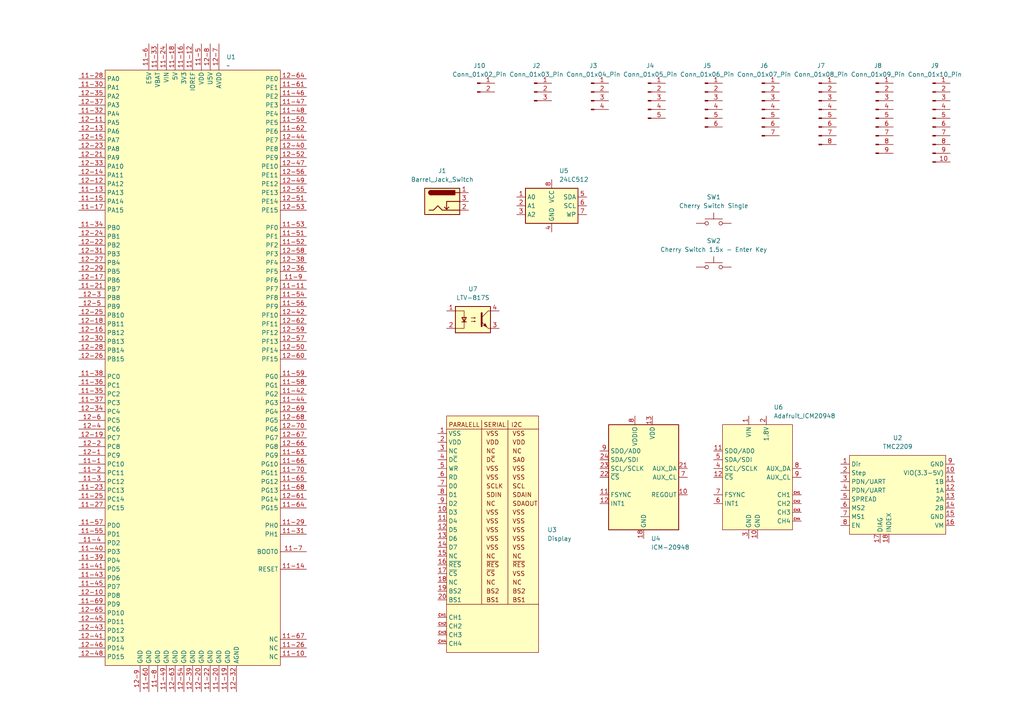
<source format=kicad_sch>
(kicad_sch (version 20250114) (generator "eeschema") (generator_version "9.0")
  (paper "A4")
  (lib_symbols
    (symbol "Connector:Barrel_Jack_Switch" (pin_names (hide yes))
      (property "Reference" "J" (at 0 5.334 0))
      (property "Value" "Barrel_Jack_Switch" (at 0 -5.08 0))
      (symbol "Barrel_Jack_Switch_0_1"
        (rectangle (start -5.08 3.81) (end 5.08 -3.81) (stroke (width 0.254)) (fill (type background)))
        (polyline (pts (xy -3.81 -2.54) (xy -2.54 -2.54) (xy -1.27 -1.27) (xy 0 -2.54) (xy 2.54 -2.54) (xy 5.08 -2.54)) (stroke (width 0.254)))
        (arc (start -3.302 1.905) (mid -3.9343 2.54) (end -3.302 3.175) (stroke (width 0.254)))
        (arc (start -3.302 1.905) (mid -3.9343 2.54) (end -3.302 3.175) (stroke (width 0.254)) (fill (type outline)))
        (polyline (pts (xy 1.27 -2.286) (xy 1.905 -1.651)) (stroke (width 0.254)))
        (rectangle (start 3.683 3.175) (end -3.302 1.905) (stroke (width 0.254)) (fill (type outline)))
        (polyline (pts (xy 5.08 2.54) (xy 3.81 2.54)) (stroke (width 0.254)))
        (polyline (pts (xy 5.08 0) (xy 1.27 0) (xy 1.27 -2.286) (xy 0.635 -1.651)) (stroke (width 0.254)))
      )
      (symbol "Barrel_Jack_Switch_1_1"
        (pin passive line (at 7.62 2.54 180) (length 2.54) (name "~") (number "1"))
        (pin passive line (at 7.62 0 180) (length 2.54) (name "~") (number "3"))
        (pin passive line (at 7.62 -2.54 180) (length 2.54) (name "~") (number "2"))
      )
    )
    (symbol "Connector:Conn_01x02_Pin" (pin_names (offset 1.016) (hide yes))
      (property "Reference" "J" (at 0 2.54 0))
      (property "Value" "Conn_01x02_Pin" (at 0 -5.08 0))
      (symbol "Conn_01x02_Pin_1_1"
        (rectangle (start 0.8636 0.127) (end 0 -0.127) (stroke (width 0.1524)) (fill (type outline)))
        (rectangle (start 0.8636 -2.413) (end 0 -2.667) (stroke (width 0.1524)) (fill (type outline)))
        (polyline (pts (xy 1.27 0) (xy 0.8636 0)) (stroke (width 0.1524)))
        (polyline (pts (xy 1.27 -2.54) (xy 0.8636 -2.54)) (stroke (width 0.1524)))
        (pin passive line (at 5.08 0 180) (length 3.81) (name "Pin_1") (number "1"))
        (pin passive line (at 5.08 -2.54 180) (length 3.81) (name "Pin_2") (number "2"))
      )
    )
    (symbol "Connector:Conn_01x03_Pin" (pin_names (offset 1.016) (hide yes))
      (property "Reference" "J" (at 0 5.08 0))
      (property "Value" "Conn_01x03_Pin" (at 0 -5.08 0))
      (symbol "Conn_01x03_Pin_1_1"
        (rectangle (start 0.8636 2.667) (end 0 2.413) (stroke (width 0.1524)) (fill (type outline)))
        (rectangle (start 0.8636 0.127) (end 0 -0.127) (stroke (width 0.1524)) (fill (type outline)))
        (rectangle (start 0.8636 -2.413) (end 0 -2.667) (stroke (width 0.1524)) (fill (type outline)))
        (polyline (pts (xy 1.27 2.54) (xy 0.8636 2.54)) (stroke (width 0.1524)))
        (polyline (pts (xy 1.27 0) (xy 0.8636 0)) (stroke (width 0.1524)))
        (polyline (pts (xy 1.27 -2.54) (xy 0.8636 -2.54)) (stroke (width 0.1524)))
        (pin passive line (at 5.08 2.54 180) (length 3.81) (name "Pin_1") (number "1"))
        (pin passive line (at 5.08 0 180) (length 3.81) (name "Pin_2") (number "2"))
        (pin passive line (at 5.08 -2.54 180) (length 3.81) (name "Pin_3") (number "3"))
      )
    )
    (symbol "Connector:Conn_01x04_Pin" (pin_names (offset 1.016) (hide yes))
      (property "Reference" "J" (at 0 5.08 0))
      (property "Value" "Conn_01x04_Pin" (at 0 -7.62 0))
      (symbol "Conn_01x04_Pin_1_1"
        (rectangle (start 0.8636 2.667) (end 0 2.413) (stroke (width 0.1524)) (fill (type outline)))
        (rectangle (start 0.8636 0.127) (end 0 -0.127) (stroke (width 0.1524)) (fill (type outline)))
        (rectangle (start 0.8636 -2.413) (end 0 -2.667) (stroke (width 0.1524)) (fill (type outline)))
        (rectangle (start 0.8636 -4.953) (end 0 -5.207) (stroke (width 0.1524)) (fill (type outline)))
        (polyline (pts (xy 1.27 2.54) (xy 0.8636 2.54)) (stroke (width 0.1524)))
        (polyline (pts (xy 1.27 0) (xy 0.8636 0)) (stroke (width 0.1524)))
        (polyline (pts (xy 1.27 -2.54) (xy 0.8636 -2.54)) (stroke (width 0.1524)))
        (polyline (pts (xy 1.27 -5.08) (xy 0.8636 -5.08)) (stroke (width 0.1524)))
        (pin passive line (at 5.08 2.54 180) (length 3.81) (name "Pin_1") (number "1"))
        (pin passive line (at 5.08 0 180) (length 3.81) (name "Pin_2") (number "2"))
        (pin passive line (at 5.08 -2.54 180) (length 3.81) (name "Pin_3") (number "3"))
        (pin passive line (at 5.08 -5.08 180) (length 3.81) (name "Pin_4") (number "4"))
      )
    )
    (symbol "Connector:Conn_01x05_Pin" (pin_names (offset 1.016) (hide yes))
      (property "Reference" "J" (at 0 7.62 0))
      (property "Value" "Conn_01x05_Pin" (at 0 -7.62 0))
      (symbol "Conn_01x05_Pin_1_1"
        (rectangle (start 0.8636 5.207) (end 0 4.953) (stroke (width 0.1524)) (fill (type outline)))
        (rectangle (start 0.8636 2.667) (end 0 2.413) (stroke (width 0.1524)) (fill (type outline)))
        (rectangle (start 0.8636 0.127) (end 0 -0.127) (stroke (width 0.1524)) (fill (type outline)))
        (rectangle (start 0.8636 -2.413) (end 0 -2.667) (stroke (width 0.1524)) (fill (type outline)))
        (rectangle (start 0.8636 -4.953) (end 0 -5.207) (stroke (width 0.1524)) (fill (type outline)))
        (polyline (pts (xy 1.27 5.08) (xy 0.8636 5.08)) (stroke (width 0.1524)))
        (polyline (pts (xy 1.27 2.54) (xy 0.8636 2.54)) (stroke (width 0.1524)))
        (polyline (pts (xy 1.27 0) (xy 0.8636 0)) (stroke (width 0.1524)))
        (polyline (pts (xy 1.27 -2.54) (xy 0.8636 -2.54)) (stroke (width 0.1524)))
        (polyline (pts (xy 1.27 -5.08) (xy 0.8636 -5.08)) (stroke (width 0.1524)))
        (pin passive line (at 5.08 5.08 180) (length 3.81) (name "Pin_1") (number "1"))
        (pin passive line (at 5.08 2.54 180) (length 3.81) (name "Pin_2") (number "2"))
        (pin passive line (at 5.08 0 180) (length 3.81) (name "Pin_3") (number "3"))
        (pin passive line (at 5.08 -2.54 180) (length 3.81) (name "Pin_4") (number "4"))
        (pin passive line (at 5.08 -5.08 180) (length 3.81) (name "Pin_5") (number "5"))
      )
    )
    (symbol "Connector:Conn_01x06_Pin" (pin_names (offset 1.016) (hide yes))
      (property "Reference" "J" (at 0 7.62 0))
      (property "Value" "Conn_01x06_Pin" (at 0 -10.16 0))
      (symbol "Conn_01x06_Pin_1_1"
        (rectangle (start 0.8636 5.207) (end 0 4.953) (stroke (width 0.1524)) (fill (type outline)))
        (rectangle (start 0.8636 2.667) (end 0 2.413) (stroke (width 0.1524)) (fill (type outline)))
        (rectangle (start 0.8636 0.127) (end 0 -0.127) (stroke (width 0.1524)) (fill (type outline)))
        (rectangle (start 0.8636 -2.413) (end 0 -2.667) (stroke (width 0.1524)) (fill (type outline)))
        (rectangle (start 0.8636 -4.953) (end 0 -5.207) (stroke (width 0.1524)) (fill (type outline)))
        (rectangle (start 0.8636 -7.493) (end 0 -7.747) (stroke (width 0.1524)) (fill (type outline)))
        (polyline (pts (xy 1.27 5.08) (xy 0.8636 5.08)) (stroke (width 0.1524)))
        (polyline (pts (xy 1.27 2.54) (xy 0.8636 2.54)) (stroke (width 0.1524)))
        (polyline (pts (xy 1.27 0) (xy 0.8636 0)) (stroke (width 0.1524)))
        (polyline (pts (xy 1.27 -2.54) (xy 0.8636 -2.54)) (stroke (width 0.1524)))
        (polyline (pts (xy 1.27 -5.08) (xy 0.8636 -5.08)) (stroke (width 0.1524)))
        (polyline (pts (xy 1.27 -7.62) (xy 0.8636 -7.62)) (stroke (width 0.1524)))
        (pin passive line (at 5.08 5.08 180) (length 3.81) (name "Pin_1") (number "1"))
        (pin passive line (at 5.08 2.54 180) (length 3.81) (name "Pin_2") (number "2"))
        (pin passive line (at 5.08 0 180) (length 3.81) (name "Pin_3") (number "3"))
        (pin passive line (at 5.08 -2.54 180) (length 3.81) (name "Pin_4") (number "4"))
        (pin passive line (at 5.08 -5.08 180) (length 3.81) (name "Pin_5") (number "5"))
        (pin passive line (at 5.08 -7.62 180) (length 3.81) (name "Pin_6") (number "6"))
      )
    )
    (symbol "Connector:Conn_01x07_Pin" (pin_names (offset 1.016) (hide yes))
      (property "Reference" "J" (at 0 10.16 0))
      (property "Value" "Conn_01x07_Pin" (at 0 -10.16 0))
      (symbol "Conn_01x07_Pin_1_1"
        (rectangle (start 0.8636 7.747) (end 0 7.493) (stroke (width 0.1524)) (fill (type outline)))
        (rectangle (start 0.8636 5.207) (end 0 4.953) (stroke (width 0.1524)) (fill (type outline)))
        (rectangle (start 0.8636 2.667) (end 0 2.413) (stroke (width 0.1524)) (fill (type outline)))
        (rectangle (start 0.8636 0.127) (end 0 -0.127) (stroke (width 0.1524)) (fill (type outline)))
        (rectangle (start 0.8636 -2.413) (end 0 -2.667) (stroke (width 0.1524)) (fill (type outline)))
        (rectangle (start 0.8636 -4.953) (end 0 -5.207) (stroke (width 0.1524)) (fill (type outline)))
        (rectangle (start 0.8636 -7.493) (end 0 -7.747) (stroke (width 0.1524)) (fill (type outline)))
        (polyline (pts (xy 1.27 7.62) (xy 0.8636 7.62)) (stroke (width 0.1524)))
        (polyline (pts (xy 1.27 5.08) (xy 0.8636 5.08)) (stroke (width 0.1524)))
        (polyline (pts (xy 1.27 2.54) (xy 0.8636 2.54)) (stroke (width 0.1524)))
        (polyline (pts (xy 1.27 0) (xy 0.8636 0)) (stroke (width 0.1524)))
        (polyline (pts (xy 1.27 -2.54) (xy 0.8636 -2.54)) (stroke (width 0.1524)))
        (polyline (pts (xy 1.27 -5.08) (xy 0.8636 -5.08)) (stroke (width 0.1524)))
        (polyline (pts (xy 1.27 -7.62) (xy 0.8636 -7.62)) (stroke (width 0.1524)))
        (pin passive line (at 5.08 7.62 180) (length 3.81) (name "Pin_1") (number "1"))
        (pin passive line (at 5.08 5.08 180) (length 3.81) (name "Pin_2") (number "2"))
        (pin passive line (at 5.08 2.54 180) (length 3.81) (name "Pin_3") (number "3"))
        (pin passive line (at 5.08 0 180) (length 3.81) (name "Pin_4") (number "4"))
        (pin passive line (at 5.08 -2.54 180) (length 3.81) (name "Pin_5") (number "5"))
        (pin passive line (at 5.08 -5.08 180) (length 3.81) (name "Pin_6") (number "6"))
        (pin passive line (at 5.08 -7.62 180) (length 3.81) (name "Pin_7") (number "7"))
      )
    )
    (symbol "Connector:Conn_01x08_Pin" (pin_names (offset 1.016) (hide yes))
      (property "Reference" "J" (at 0 10.16 0))
      (property "Value" "Conn_01x08_Pin" (at 0 -12.7 0))
      (symbol "Conn_01x08_Pin_1_1"
        (rectangle (start 0.8636 7.747) (end 0 7.493) (stroke (width 0.1524)) (fill (type outline)))
        (rectangle (start 0.8636 5.207) (end 0 4.953) (stroke (width 0.1524)) (fill (type outline)))
        (rectangle (start 0.8636 2.667) (end 0 2.413) (stroke (width 0.1524)) (fill (type outline)))
        (rectangle (start 0.8636 0.127) (end 0 -0.127) (stroke (width 0.1524)) (fill (type outline)))
        (rectangle (start 0.8636 -2.413) (end 0 -2.667) (stroke (width 0.1524)) (fill (type outline)))
        (rectangle (start 0.8636 -4.953) (end 0 -5.207) (stroke (width 0.1524)) (fill (type outline)))
        (rectangle (start 0.8636 -7.493) (end 0 -7.747) (stroke (width 0.1524)) (fill (type outline)))
        (rectangle (start 0.8636 -10.033) (end 0 -10.287) (stroke (width 0.1524)) (fill (type outline)))
        (polyline (pts (xy 1.27 7.62) (xy 0.8636 7.62)) (stroke (width 0.1524)))
        (polyline (pts (xy 1.27 5.08) (xy 0.8636 5.08)) (stroke (width 0.1524)))
        (polyline (pts (xy 1.27 2.54) (xy 0.8636 2.54)) (stroke (width 0.1524)))
        (polyline (pts (xy 1.27 0) (xy 0.8636 0)) (stroke (width 0.1524)))
        (polyline (pts (xy 1.27 -2.54) (xy 0.8636 -2.54)) (stroke (width 0.1524)))
        (polyline (pts (xy 1.27 -5.08) (xy 0.8636 -5.08)) (stroke (width 0.1524)))
        (polyline (pts (xy 1.27 -7.62) (xy 0.8636 -7.62)) (stroke (width 0.1524)))
        (polyline (pts (xy 1.27 -10.16) (xy 0.8636 -10.16)) (stroke (width 0.1524)))
        (pin passive line (at 5.08 7.62 180) (length 3.81) (name "Pin_1") (number "1"))
        (pin passive line (at 5.08 5.08 180) (length 3.81) (name "Pin_2") (number "2"))
        (pin passive line (at 5.08 2.54 180) (length 3.81) (name "Pin_3") (number "3"))
        (pin passive line (at 5.08 0 180) (length 3.81) (name "Pin_4") (number "4"))
        (pin passive line (at 5.08 -2.54 180) (length 3.81) (name "Pin_5") (number "5"))
        (pin passive line (at 5.08 -5.08 180) (length 3.81) (name "Pin_6") (number "6"))
        (pin passive line (at 5.08 -7.62 180) (length 3.81) (name "Pin_7") (number "7"))
        (pin passive line (at 5.08 -10.16 180) (length 3.81) (name "Pin_8") (number "8"))
      )
    )
    (symbol "Connector:Conn_01x09_Pin" (pin_names (offset 1.016) (hide yes))
      (property "Reference" "J" (at 0 12.7 0))
      (property "Value" "Conn_01x09_Pin" (at 0 -12.7 0))
      (symbol "Conn_01x09_Pin_1_1"
        (rectangle (start 0.8636 10.287) (end 0 10.033) (stroke (width 0.1524)) (fill (type outline)))
        (rectangle (start 0.8636 7.747) (end 0 7.493) (stroke (width 0.1524)) (fill (type outline)))
        (rectangle (start 0.8636 5.207) (end 0 4.953) (stroke (width 0.1524)) (fill (type outline)))
        (rectangle (start 0.8636 2.667) (end 0 2.413) (stroke (width 0.1524)) (fill (type outline)))
        (rectangle (start 0.8636 0.127) (end 0 -0.127) (stroke (width 0.1524)) (fill (type outline)))
        (rectangle (start 0.8636 -2.413) (end 0 -2.667) (stroke (width 0.1524)) (fill (type outline)))
        (rectangle (start 0.8636 -4.953) (end 0 -5.207) (stroke (width 0.1524)) (fill (type outline)))
        (rectangle (start 0.8636 -7.493) (end 0 -7.747) (stroke (width 0.1524)) (fill (type outline)))
        (rectangle (start 0.8636 -10.033) (end 0 -10.287) (stroke (width 0.1524)) (fill (type outline)))
        (polyline (pts (xy 1.27 10.16) (xy 0.8636 10.16)) (stroke (width 0.1524)))
        (polyline (pts (xy 1.27 7.62) (xy 0.8636 7.62)) (stroke (width 0.1524)))
        (polyline (pts (xy 1.27 5.08) (xy 0.8636 5.08)) (stroke (width 0.1524)))
        (polyline (pts (xy 1.27 2.54) (xy 0.8636 2.54)) (stroke (width 0.1524)))
        (polyline (pts (xy 1.27 0) (xy 0.8636 0)) (stroke (width 0.1524)))
        (polyline (pts (xy 1.27 -2.54) (xy 0.8636 -2.54)) (stroke (width 0.1524)))
        (polyline (pts (xy 1.27 -5.08) (xy 0.8636 -5.08)) (stroke (width 0.1524)))
        (polyline (pts (xy 1.27 -7.62) (xy 0.8636 -7.62)) (stroke (width 0.1524)))
        (polyline (pts (xy 1.27 -10.16) (xy 0.8636 -10.16)) (stroke (width 0.1524)))
        (pin passive line (at 5.08 10.16 180) (length 3.81) (name "Pin_1") (number "1"))
        (pin passive line (at 5.08 7.62 180) (length 3.81) (name "Pin_2") (number "2"))
        (pin passive line (at 5.08 5.08 180) (length 3.81) (name "Pin_3") (number "3"))
        (pin passive line (at 5.08 2.54 180) (length 3.81) (name "Pin_4") (number "4"))
        (pin passive line (at 5.08 0 180) (length 3.81) (name "Pin_5") (number "5"))
        (pin passive line (at 5.08 -2.54 180) (length 3.81) (name "Pin_6") (number "6"))
        (pin passive line (at 5.08 -5.08 180) (length 3.81) (name "Pin_7") (number "7"))
        (pin passive line (at 5.08 -7.62 180) (length 3.81) (name "Pin_8") (number "8"))
        (pin passive line (at 5.08 -10.16 180) (length 3.81) (name "Pin_9") (number "9"))
      )
    )
    (symbol "Connector:Conn_01x10_Pin" (pin_names (offset 1.016) (hide yes))
      (property "Reference" "J" (at 0 12.7 0))
      (property "Value" "Conn_01x10_Pin" (at 0 -15.24 0))
      (symbol "Conn_01x10_Pin_1_1"
        (rectangle (start 0.8636 10.287) (end 0 10.033) (stroke (width 0.1524)) (fill (type outline)))
        (rectangle (start 0.8636 7.747) (end 0 7.493) (stroke (width 0.1524)) (fill (type outline)))
        (rectangle (start 0.8636 5.207) (end 0 4.953) (stroke (width 0.1524)) (fill (type outline)))
        (rectangle (start 0.8636 2.667) (end 0 2.413) (stroke (width 0.1524)) (fill (type outline)))
        (rectangle (start 0.8636 0.127) (end 0 -0.127) (stroke (width 0.1524)) (fill (type outline)))
        (rectangle (start 0.8636 -2.413) (end 0 -2.667) (stroke (width 0.1524)) (fill (type outline)))
        (rectangle (start 0.8636 -4.953) (end 0 -5.207) (stroke (width 0.1524)) (fill (type outline)))
        (rectangle (start 0.8636 -7.493) (end 0 -7.747) (stroke (width 0.1524)) (fill (type outline)))
        (rectangle (start 0.8636 -10.033) (end 0 -10.287) (stroke (width 0.1524)) (fill (type outline)))
        (rectangle (start 0.8636 -12.573) (end 0 -12.827) (stroke (width 0.1524)) (fill (type outline)))
        (polyline (pts (xy 1.27 10.16) (xy 0.8636 10.16)) (stroke (width 0.1524)))
        (polyline (pts (xy 1.27 7.62) (xy 0.8636 7.62)) (stroke (width 0.1524)))
        (polyline (pts (xy 1.27 5.08) (xy 0.8636 5.08)) (stroke (width 0.1524)))
        (polyline (pts (xy 1.27 2.54) (xy 0.8636 2.54)) (stroke (width 0.1524)))
        (polyline (pts (xy 1.27 0) (xy 0.8636 0)) (stroke (width 0.1524)))
        (polyline (pts (xy 1.27 -2.54) (xy 0.8636 -2.54)) (stroke (width 0.1524)))
        (polyline (pts (xy 1.27 -5.08) (xy 0.8636 -5.08)) (stroke (width 0.1524)))
        (polyline (pts (xy 1.27 -7.62) (xy 0.8636 -7.62)) (stroke (width 0.1524)))
        (polyline (pts (xy 1.27 -10.16) (xy 0.8636 -10.16)) (stroke (width 0.1524)))
        (polyline (pts (xy 1.27 -12.7) (xy 0.8636 -12.7)) (stroke (width 0.1524)))
        (pin passive line (at 5.08 10.16 180) (length 3.81) (name "Pin_1") (number "1"))
        (pin passive line (at 5.08 7.62 180) (length 3.81) (name "Pin_2") (number "2"))
        (pin passive line (at 5.08 5.08 180) (length 3.81) (name "Pin_3") (number "3"))
        (pin passive line (at 5.08 2.54 180) (length 3.81) (name "Pin_4") (number "4"))
        (pin passive line (at 5.08 0 180) (length 3.81) (name "Pin_5") (number "5"))
        (pin passive line (at 5.08 -2.54 180) (length 3.81) (name "Pin_6") (number "6"))
        (pin passive line (at 5.08 -5.08 180) (length 3.81) (name "Pin_7") (number "7"))
        (pin passive line (at 5.08 -7.62 180) (length 3.81) (name "Pin_8") (number "8"))
        (pin passive line (at 5.08 -10.16 180) (length 3.81) (name "Pin_9") (number "9"))
        (pin passive line (at 5.08 -12.7 180) (length 3.81) (name "Pin_10") (number "10"))
      )
    )
    (symbol "Isolator:LTV-817S" (pin_names (offset 1.016))
      (property "Reference" "U" (at -3.81 5.08 0))
      (property "Value" "LTV-817S" (at 0 -5.08 0))
      (symbol "LTV-817S_1_1"
        (rectangle (start -5.08 3.81) (end 5.08 -3.81) (stroke (width 0.254)) (fill (type background)))
        (polyline (pts (xy -5.08 2.54) (xy -2.54 2.54) (xy -2.54 -0.762)))
        (polyline (pts (xy -3.175 -0.635) (xy -1.905 -0.635)) (stroke (width 0.254)))
        (polyline (pts (xy -2.54 -0.635) (xy -2.54 -2.54) (xy -5.08 -2.54)))
        (polyline (pts (xy -2.54 -0.635) (xy -3.175 0.635) (xy -1.905 0.635) (xy -2.54 -0.635)) (stroke (width 0.254)))
        (polyline (pts (xy -0.508 0.508) (xy 0.762 0.508) (xy 0.381 0.381) (xy 0.381 0.635) (xy 0.762 0.508)))
        (polyline (pts (xy -0.508 -0.508) (xy 0.762 -0.508) (xy 0.381 -0.635) (xy 0.381 -0.381) (xy 0.762 -0.508)))
        (polyline (pts (xy 2.54 1.905) (xy 2.54 -1.905) (xy 2.54 -1.905)) (stroke (width 0.508)))
        (polyline (pts (xy 2.54 0.635) (xy 4.445 2.54)))
        (polyline (pts (xy 3.048 -1.651) (xy 3.556 -1.143) (xy 4.064 -2.159) (xy 3.048 -1.651) (xy 3.048 -1.651)) (fill (type outline)))
        (polyline (pts (xy 4.445 2.54) (xy 5.08 2.54)))
        (polyline (pts (xy 4.445 -2.54) (xy 2.54 -0.635)) (fill (type outline)))
        (polyline (pts (xy 4.445 -2.54) (xy 5.08 -2.54)))
        (pin passive line (at -7.62 2.54 0) (length 2.54) (name "~") (number "1"))
        (pin passive line (at -7.62 -2.54 0) (length 2.54) (name "~") (number "2"))
        (pin passive line (at 7.62 2.54 180) (length 2.54) (name "~") (number "4"))
        (pin passive line (at 7.62 -2.54 180) (length 2.54) (name "~") (number "3"))
      )
    )
    (symbol "Memory_EEPROM:24LC512"
      (property "Reference" "U" (at -6.35 6.35 0))
      (property "Value" "24LC512" (at 1.27 6.35 0))
      (symbol "24LC512_1_1"
        (rectangle (start -7.62 5.08) (end 7.62 -5.08) (stroke (width 0.254)) (fill (type background)))
        (pin input line (at -10.16 2.54 0) (length 2.54) (name "A0") (number "1"))
        (pin input line (at -10.16 0 0) (length 2.54) (name "A1") (number "2"))
        (pin input line (at -10.16 -2.54 0) (length 2.54) (name "A2") (number "3"))
        (pin power_in line (at 0 7.62 270) (length 2.54) (name "VCC") (number "8"))
        (pin power_in line (at 0 -7.62 90) (length 2.54) (name "GND") (number "4"))
        (pin bidirectional line (at 10.16 2.54 180) (length 2.54) (name "SDA") (number "5"))
        (pin input line (at 10.16 0 180) (length 2.54) (name "SCL") (number "6"))
        (pin input line (at 10.16 -2.54 180) (length 2.54) (name "WP") (number "7"))
      )
    )
    (symbol "Sensor_Motion:ICM-20948"
      (property "Reference" "U" (at -11.43 16.51 0))
      (property "Value" "ICM-20948" (at 7.62 -16.51 0))
      (symbol "ICM-20948_0_1"
        (rectangle (start -10.16 15.24) (end 10.16 -15.24) (stroke (width 0.254)) (fill (type background)))
      )
      (symbol "ICM-20948_1_1"
        (pin bidirectional line (at -12.7 7.62 0) (length 2.54) (name "SDO/AD0") (number "9"))
        (pin bidirectional line (at -12.7 5.08 0) (length 2.54) (name "SDA/SDI") (number "24"))
        (pin input line (at -12.7 2.54 0) (length 2.54) (name "SCL/SCLK") (number "23"))
        (pin input line (at -12.7 0 0) (length 2.54) (name "~{CS}") (number "22"))
        (pin input line (at -12.7 -5.08 0) (length 2.54) (name "FSYNC") (number "11"))
        (pin output line (at -12.7 -7.62 0) (length 2.54) (name "INT1") (number "12"))
        (pin no_connect line (at -10.16 12.7 0) (length 2.54) (hide yes) (name "NC") (number "1"))
        (pin no_connect line (at -10.16 10.16 0) (length 2.54) (hide yes) (name "NC") (number "2"))
        (pin no_connect line (at -10.16 -2.54 0) (length 2.54) (hide yes) (name "NC") (number "3"))
        (pin no_connect line (at -10.16 -10.16 0) (length 2.54) (hide yes) (name "NC") (number "4"))
        (pin no_connect line (at -10.16 -12.7 0) (length 2.54) (hide yes) (name "NC") (number "5"))
        (pin power_in line (at -2.54 17.78 270) (length 2.54) (name "VDDIO") (number "8"))
        (pin power_in line (at 0 -17.78 90) (length 2.54) (name "GND") (number "18"))
        (pin passive line (at 0 -17.78 90) (length 2.54) (hide yes) (name "GND") (number "20"))
        (pin power_in line (at 2.54 17.78 270) (length 2.54) (name "VDD") (number "13"))
        (pin no_connect line (at 10.16 10.16 180) (length 2.54) (hide yes) (name "NC") (number "6"))
        (pin no_connect line (at 10.16 7.62 180) (length 2.54) (hide yes) (name "NC") (number "14"))
        (pin no_connect line (at 10.16 5.08 180) (length 2.54) (hide yes) (name "NC") (number "15"))
        (pin no_connect line (at 10.16 -7.62 180) (length 2.54) (hide yes) (name "NC") (number "16"))
        (pin no_connect line (at 10.16 -10.16 180) (length 2.54) (hide yes) (name "NC") (number "17"))
        (pin no_connect line (at 10.16 -12.7 180) (length 2.54) (hide yes) (name "RESV") (number "19"))
        (pin bidirectional line (at 12.7 2.54 180) (length 2.54) (name "AUX_DA") (number "21"))
        (pin output line (at 12.7 0 180) (length 2.54) (name "AUX_CL") (number "7"))
        (pin passive line (at 12.7 -5.08 180) (length 2.54) (name "REGOUT") (number "10"))
      )
    )
    (symbol "Switch:SW_Push" (pin_numbers (hide yes)) (pin_names (offset 1.016) (hide yes))
      (property "Reference" "SW" (at 1.27 2.54 0))
      (property "Value" "SW_Push" (at 0 -1.524 0))
      (symbol "SW_Push_0_1"
        (circle (center -2.032 0) (radius 0.508))
        (polyline (pts (xy 0 1.27) (xy 0 3.048)))
        (circle (center 2.032 0) (radius 0.508))
        (polyline (pts (xy 2.54 1.27) (xy -2.54 1.27)))
        (pin passive line (at -5.08 0 0) (length 2.54) (name "1") (number "1"))
        (pin passive line (at 5.08 0 180) (length 2.54) (name "2") (number "2"))
      )
    )
    (symbol "SymbolLib:Adafruit_ICM20948"
      (property "Reference" "U" (at 1.016 31.75 0))
      (property "Value" "Adafruit_ICM20948" (at 0 0 0))
      (symbol "Adafruit_ICM20948_1_1"
        (rectangle (start 0 30.48) (end 20.32 0) (fill (type background)))
        (pin input line (at -2.54 22.86 0) (length 2.54) (name "SDO/AD0") (number "11"))
        (pin input line (at -2.54 20.32 0) (length 2.54) (name "SDA/SDI") (number "5"))
        (pin input line (at -2.54 17.78 0) (length 2.54) (name "SCL/SCLK") (number "4"))
        (pin input line (at -2.54 15.24 0) (length 2.54) (name "~{CS}") (number "12"))
        (pin input line (at -2.54 10.16 0) (length 2.54) (name "FSYNC") (number "7"))
        (pin input line (at -2.54 7.62 0) (length 2.54) (name "INT1") (number "6"))
        (pin input line (at 7.62 33.02 270) (length 2.54) (name "VIN") (number "1"))
        (pin input line (at 7.62 -2.54 90) (length 2.54) (name "GND") (number "3"))
        (pin input line (at 10.16 -2.54 90) (length 2.54) (name "GND") (number "10"))
        (pin input line (at 12.7 33.02 270) (length 2.54) (name "1.8V") (number "2"))
        (pin input line (at 22.86 17.78 180) (length 2.54) (name "AUX_DA") (number "8"))
        (pin input line (at 22.86 15.24 180) (length 2.54) (name "AUX_CL") (number "9"))
        (pin input line (at 22.86 10.16 180) (length 2.54) (name "CH1") (number "CH1"))
        (pin input line (at 22.86 7.62 180) (length 2.54) (name "CH2") (number "CH2"))
        (pin input line (at 22.86 5.08 180) (length 2.54) (name "CH3") (number "CH3"))
        (pin input line (at 22.86 2.54 180) (length 2.54) (name "CH4") (number "CH4"))
      )
    )
    (symbol "SymbolLib:NHD-2.23-12832UCB3"
      (property "Reference" "U" (at 20.32 72.39 0))
      (property "Value" "Display" (at 22.86 69.85 0))
      (symbol "NHD-2.23-12832UCB3_0_1"
        (polyline (pts (xy 0 64.77) (xy 26.67 64.77)))
        (polyline (pts (xy 10.16 67.31) (xy 10.16 13.97)))
        (polyline (pts (xy 17.78 67.31) (xy 17.78 13.97)))
      )
      (symbol "NHD-2.23-12832UCB3_1_1"
        (rectangle (start 0 68.58) (end 26.67 0) (fill (type background)))
        (polyline (pts (xy 0 13.97) (xy 26.67 13.97)))
        (text "PARALELL" (at 5.08 66.04 0) (effects (font (size 1.27 1.27))))
        (text "VSS" (at 11.43 63.5 0) (effects (font (size 1.27 1.27)) (justify left)))
        (text "VDD" (at 11.43 60.96 0) (effects (font (size 1.27 1.27)) (justify left)))
        (text "NC" (at 11.43 58.42 0) (effects (font (size 1.27 1.27)) (justify left)))
        (text "D~{C}" (at 11.43 55.88 0) (effects (font (size 1.27 1.27)) (justify left)))
        (text "VSS" (at 11.43 53.34 0) (effects (font (size 1.27 1.27)) (justify left)))
        (text "VSS" (at 11.43 50.8 0) (effects (font (size 1.27 1.27)) (justify left)))
        (text "SCLK" (at 11.43 48.26 0) (effects (font (size 1.27 1.27)) (justify left)))
        (text "SDIN" (at 11.43 45.72 0) (effects (font (size 1.27 1.27)) (justify left)))
        (text "NC" (at 11.43 43.18 0) (effects (font (size 1.27 1.27)) (justify left)))
        (text "VSS" (at 11.43 40.64 0) (effects (font (size 1.27 1.27)) (justify left)))
        (text "VSS" (at 11.43 38.1 0) (effects (font (size 1.27 1.27)) (justify left)))
        (text "VSS" (at 11.43 35.56 0) (effects (font (size 1.27 1.27)) (justify left)))
        (text "VSS" (at 11.43 33.02 0) (effects (font (size 1.27 1.27)) (justify left)))
        (text "VSS" (at 11.43 30.48 0) (effects (font (size 1.27 1.27)) (justify left)))
        (text "NC" (at 11.43 27.94 0) (effects (font (size 1.27 1.27)) (justify left)))
        (text "~{RES}" (at 11.43 25.4 0) (effects (font (size 1.27 1.27)) (justify left)))
        (text "~{CS}" (at 11.43 22.86 0) (effects (font (size 1.27 1.27)) (justify left)))
        (text "NC" (at 11.43 20.32 0) (effects (font (size 1.27 1.27)) (justify left)))
        (text "BS2" (at 11.43 17.78 0) (effects (font (size 1.27 1.27)) (justify left)))
        (text "BS1" (at 11.43 15.24 0) (effects (font (size 1.27 1.27)) (justify left)))
        (text "SERIAL" (at 13.97 66.04 0) (effects (font (size 1.27 1.27))))
        (text "VSS" (at 19.05 63.5 0) (effects (font (size 1.27 1.27)) (justify left)))
        (text "VDD" (at 19.05 60.96 0) (effects (font (size 1.27 1.27)) (justify left)))
        (text "NC" (at 19.05 58.42 0) (effects (font (size 1.27 1.27)) (justify left)))
        (text "SA0" (at 19.05 55.88 0) (effects (font (size 1.27 1.27)) (justify left)))
        (text "VSS" (at 19.05 53.34 0) (effects (font (size 1.27 1.27)) (justify left)))
        (text "VSS" (at 19.05 50.8 0) (effects (font (size 1.27 1.27)) (justify left)))
        (text "SCL" (at 19.05 48.26 0) (effects (font (size 1.27 1.27)) (justify left)))
        (text "SDAIN" (at 19.05 45.72 0) (effects (font (size 1.27 1.27)) (justify left)))
        (text "SDAOUT" (at 19.05 43.18 0) (effects (font (size 1.27 1.27)) (justify left)))
        (text "VSS" (at 19.05 40.64 0) (effects (font (size 1.27 1.27)) (justify left)))
        (text "VSS" (at 19.05 38.1 0) (effects (font (size 1.27 1.27)) (justify left)))
        (text "VSS" (at 19.05 35.56 0) (effects (font (size 1.27 1.27)) (justify left)))
        (text "VSS" (at 19.05 33.02 0) (effects (font (size 1.27 1.27)) (justify left)))
        (text "VSS" (at 19.05 30.48 0) (effects (font (size 1.27 1.27)) (justify left)))
        (text "NC" (at 19.05 27.94 0) (effects (font (size 1.27 1.27)) (justify left)))
        (text "~{RES}" (at 19.05 25.4 0) (effects (font (size 1.27 1.27)) (justify left)))
        (text "VSS" (at 19.05 22.86 0) (effects (font (size 1.27 1.27)) (justify left)))
        (text "NC" (at 19.05 20.32 0) (effects (font (size 1.27 1.27)) (justify left)))
        (text "BS2" (at 19.05 17.78 0) (effects (font (size 1.27 1.27)) (justify left)))
        (text "BS1" (at 19.05 15.24 0) (effects (font (size 1.27 1.27)) (justify left)))
        (text "I2C" (at 20.32 66.04 0) (effects (font (size 1.27 1.27))))
        (pin passive line (at -2.54 63.5 0) (length 2.54) (name "VSS") (number "1"))
        (pin passive line (at -2.54 60.96 0) (length 2.54) (name "VDD") (number "2"))
        (pin passive line (at -2.54 58.42 0) (length 2.54) (name "NC") (number "3"))
        (pin passive line (at -2.54 55.88 0) (length 2.54) (name "D~{C}") (number "4"))
        (pin passive line (at -2.54 53.34 0) (length 2.54) (name "WR") (number "5"))
        (pin passive line (at -2.54 50.8 0) (length 2.54) (name "RD") (number "6"))
        (pin passive line (at -2.54 48.26 0) (length 2.54) (name "D0") (number "7"))
        (pin passive line (at -2.54 45.72 0) (length 2.54) (name "D1") (number "8"))
        (pin passive line (at -2.54 43.18 0) (length 2.54) (name "D2") (number "9"))
        (pin passive line (at -2.54 40.64 0) (length 2.54) (name "D3") (number "10"))
        (pin passive line (at -2.54 38.1 0) (length 2.54) (name "D4") (number "11"))
        (pin passive line (at -2.54 35.56 0) (length 2.54) (name "D5") (number "12"))
        (pin passive line (at -2.54 33.02 0) (length 2.54) (name "D6") (number "13"))
        (pin passive line (at -2.54 30.48 0) (length 2.54) (name "D7") (number "14"))
        (pin passive line (at -2.54 27.94 0) (length 2.54) (name "NC") (number "15"))
        (pin passive line (at -2.54 25.4 0) (length 2.54) (name "~{RES}") (number "16"))
        (pin passive line (at -2.54 22.86 0) (length 2.54) (name "~{CS}") (number "17"))
        (pin passive line (at -2.54 20.32 0) (length 2.54) (name "NC") (number "18"))
        (pin passive line (at -2.54 17.78 0) (length 2.54) (name "BS2") (number "19"))
        (pin passive line (at -2.54 15.24 0) (length 2.54) (name "BS1") (number "20"))
        (pin passive line (at -2.54 10.16 0) (length 2.54) (name "CH1") (number "CH1"))
        (pin passive line (at -2.54 7.62 0) (length 2.54) (name "CH2") (number "CH2"))
        (pin passive line (at -2.54 5.08 0) (length 2.54) (name "CH3") (number "CH3"))
        (pin passive line (at -2.54 2.54 0) (length 2.54) (name "CH4") (number "CH4"))
      )
    )
    (symbol "SymbolLib:NUCLEO-F767ZI"
      (property "Reference" "U" (at 38.1 175.26 0))
      (symbol "NUCLEO-F767ZI_1_1"
        (rectangle (start 0 172.72) (end 50.8 0) (fill (type background)))
        (pin passive line (at -7.62 170.18 0) (length 7.62) (name "PA0") (number "11-28"))
        (pin passive line (at -7.62 167.64 0) (length 7.62) (name "PA1") (number "11-30"))
        (pin passive line (at -7.62 165.1 0) (length 7.62) (name "PA2") (number "12-35"))
        (pin passive line (at -7.62 162.56 0) (length 7.62) (name "PA3") (number "12-37"))
        (pin passive line (at -7.62 160.02 0) (length 7.62) (name "PA4") (number "11-32"))
        (pin passive line (at -7.62 157.48 0) (length 7.62) (name "PA5") (number "12-11"))
        (pin passive line (at -7.62 154.94 0) (length 7.62) (name "PA6") (number "12-13"))
        (pin passive line (at -7.62 152.4 0) (length 7.62) (name "PA7") (number "12-15"))
        (pin passive line (at -7.62 149.86 0) (length 7.62) (name "PA8") (number "12-23"))
        (pin passive line (at -7.62 147.32 0) (length 7.62) (name "PA9") (number "12-21"))
        (pin passive line (at -7.62 144.78 0) (length 7.62) (name "PA10") (number "12-33"))
        (pin passive line (at -7.62 142.24 0) (length 7.62) (name "PA11") (number "12-14"))
        (pin passive line (at -7.62 139.7 0) (length 7.62) (name "PA12") (number "12-12"))
        (pin passive line (at -7.62 137.16 0) (length 7.62) (name "PA13") (number "11-13"))
        (pin passive line (at -7.62 134.62 0) (length 7.62) (name "PA14") (number "11-15"))
        (pin passive line (at -7.62 132.08 0) (length 7.62) (name "PA15") (number "11-17"))
        (pin passive line (at -7.62 127 0) (length 7.62) (name "PB0") (number "11-34"))
        (pin passive line (at -7.62 124.46 0) (length 7.62) (name "PB1") (number "12-24"))
        (pin passive line (at -7.62 121.92 0) (length 7.62) (name "PB2") (number "12-22"))
        (pin passive line (at -7.62 119.38 0) (length 7.62) (name "PB3") (number "12-31"))
        (pin passive line (at -7.62 116.84 0) (length 7.62) (name "PB4") (number "12-27"))
        (pin passive line (at -7.62 114.3 0) (length 7.62) (name "PB5") (number "12-29"))
        (pin passive line (at -7.62 111.76 0) (length 7.62) (name "PB6") (number "12-17"))
        (pin passive line (at -7.62 109.22 0) (length 7.62) (name "PB7") (number "11-21"))
        (pin passive line (at -7.62 106.68 0) (length 7.62) (name "PB8") (number "12-3"))
        (pin passive line (at -7.62 104.14 0) (length 7.62) (name "PB9") (number "12-5"))
        (pin passive line (at -7.62 101.6 0) (length 7.62) (name "PB10") (number "12-25"))
        (pin passive line (at -7.62 99.06 0) (length 7.62) (name "PB11") (number "12-18"))
        (pin passive line (at -7.62 96.52 0) (length 7.62) (name "PB12") (number "12-16"))
        (pin passive line (at -7.62 93.98 0) (length 7.62) (name "PB13") (number "12-30"))
        (pin passive line (at -7.62 91.44 0) (length 7.62) (name "PB14") (number "12-28"))
        (pin passive line (at -7.62 88.9 0) (length 7.62) (name "PB15") (number "12-26"))
        (pin passive line (at -7.62 83.82 0) (length 7.62) (name "PC0") (number "11-38"))
        (pin passive line (at -7.62 81.28 0) (length 7.62) (name "PC1") (number "11-36"))
        (pin passive line (at -7.62 78.74 0) (length 7.62) (name "PC2") (number "11-35"))
        (pin passive line (at -7.62 76.2 0) (length 7.62) (name "PC3") (number "11-37"))
        (pin passive line (at -7.62 73.66 0) (length 7.62) (name "PC4") (number "12-34"))
        (pin passive line (at -7.62 71.12 0) (length 7.62) (name "PC5") (number "12-6"))
        (pin passive line (at -7.62 68.58 0) (length 7.62) (name "PC6") (number "12-4"))
        (pin passive line (at -7.62 66.04 0) (length 7.62) (name "PC7") (number "12-19"))
        (pin passive line (at -7.62 63.5 0) (length 7.62) (name "PC8") (number "12-2"))
        (pin passive line (at -7.62 60.96 0) (length 7.62) (name "PC9") (number "12-1"))
        (pin passive line (at -7.62 58.42 0) (length 7.62) (name "PC10") (number "11-1"))
        (pin passive line (at -7.62 55.88 0) (length 7.62) (name "PC11") (number "11-2"))
        (pin passive line (at -7.62 53.34 0) (length 7.62) (name "PC12") (number "11-3"))
        (pin passive line (at -7.62 50.8 0) (length 7.62) (name "PC13") (number "11-23"))
        (pin passive line (at -7.62 48.26 0) (length 7.62) (name "PC14") (number "11-25"))
        (pin passive line (at -7.62 45.72 0) (length 7.62) (name "PC15") (number "11-27"))
        (pin passive line (at -7.62 40.64 0) (length 7.62) (name "PD0") (number "11-57"))
        (pin passive line (at -7.62 38.1 0) (length 7.62) (name "PD1") (number "11-55"))
        (pin passive line (at -7.62 35.56 0) (length 7.62) (name "PD2") (number "11-4"))
        (pin passive line (at -7.62 33.02 0) (length 7.62) (name "PD3") (number "11-40"))
        (pin passive line (at -7.62 30.48 0) (length 7.62) (name "PD4") (number "11-39"))
        (pin passive line (at -7.62 27.94 0) (length 7.62) (name "PD5") (number "11-41"))
        (pin passive line (at -7.62 25.4 0) (length 7.62) (name "PD6") (number "11-43"))
        (pin passive line (at -7.62 22.86 0) (length 7.62) (name "PD7") (number "11-45"))
        (pin passive line (at -7.62 20.32 0) (length 7.62) (name "PD8") (number "12-10"))
        (pin passive line (at -7.62 17.78 0) (length 7.62) (name "PD9") (number "11-69"))
        (pin passive line (at -7.62 15.24 0) (length 7.62) (name "PD10") (number "12-65"))
        (pin passive line (at -7.62 12.7 0) (length 7.62) (name "PD11") (number "12-45"))
        (pin passive line (at -7.62 10.16 0) (length 7.62) (name "PD12") (number "12-43"))
        (pin passive line (at -7.62 7.62 0) (length 7.62) (name "PD13") (number "12-41"))
        (pin passive line (at -7.62 5.08 0) (length 7.62) (name "PD14") (number "12-46"))
        (pin passive line (at -7.62 2.54 0) (length 7.62) (name "PD15") (number "12-48"))
        (pin passive line (at 10.16 -7.62 90) (length 7.62) (name "GND") (number "12-9"))
        (pin passive line (at 12.7 180.34 270) (length 7.62) (name "E5V") (number "11-6"))
        (pin passive line (at 12.7 -7.62 90) (length 7.62) (name "GND") (number "11-60"))
        (pin passive line (at 15.24 180.34 270) (length 7.62) (name "VBAT") (number "11-33"))
        (pin passive line (at 15.24 -7.62 90) (length 7.62) (name "GND") (number "11-8"))
        (pin passive line (at 17.78 180.34 270) (length 7.62) (name "VIN") (number "11-24"))
        (pin passive line (at 17.78 -7.62 90) (length 7.62) (name "GND") (number "11-49"))
        (pin passive line (at 20.32 180.34 270) (length 7.62) (name "5V") (number "11-18"))
        (pin passive line (at 20.32 -7.62 90) (length 7.62) (name "GND") (number "12-63"))
        (pin passive line (at 22.86 180.34 270) (length 7.62) (name "3V3") (number "11-16"))
        (pin passive line (at 22.86 -7.62 90) (length 7.62) (name "GND") (number "12-54"))
        (pin passive line (at 25.4 180.34 270) (length 7.62) (name "IOREF") (number "11-12"))
        (pin passive line (at 25.4 -7.62 90) (length 7.62) (name "GND") (number "12-39"))
        (pin passive line (at 27.94 180.34 270) (length 7.62) (name "VDD") (number "11-5"))
        (pin passive line (at 27.94 -7.62 90) (length 7.62) (name "GND") (number "12-20"))
        (pin passive line (at 30.48 180.34 270) (length 7.62) (name "U5V") (number "12-8"))
        (pin passive line (at 30.48 -7.62 90) (length 7.62) (name "GND") (number "11-22"))
        (pin passive line (at 33.02 180.34 270) (length 7.62) (name "AVDD") (number "12-7"))
        (pin passive line (at 33.02 -7.62 90) (length 7.62) (name "GND") (number "11-20"))
        (pin passive line (at 35.56 -7.62 90) (length 7.62) (name "GND") (number "11-19"))
        (pin passive line (at 38.1 -7.62 90) (length 7.62) (name "AGND") (number "12-32"))
        (pin passive line (at 58.42 170.18 180) (length 7.62) (name "PE0") (number "12-64"))
        (pin passive line (at 58.42 167.64 180) (length 7.62) (name "PE1") (number "11-61"))
        (pin passive line (at 58.42 165.1 180) (length 7.62) (name "PE2") (number "11-46"))
        (pin passive line (at 58.42 162.56 180) (length 7.62) (name "PE3") (number "11-47"))
        (pin passive line (at 58.42 160.02 180) (length 7.62) (name "PE4") (number "11-48"))
        (pin passive line (at 58.42 157.48 180) (length 7.62) (name "PE5") (number "11-50"))
        (pin passive line (at 58.42 154.94 180) (length 7.62) (name "PE6") (number "11-62"))
        (pin passive line (at 58.42 152.4 180) (length 7.62) (name "PE7") (number "12-44"))
        (pin passive line (at 58.42 149.86 180) (length 7.62) (name "PE8") (number "12-40"))
        (pin passive line (at 58.42 147.32 180) (length 7.62) (name "PE9") (number "12-52"))
        (pin passive line (at 58.42 144.78 180) (length 7.62) (name "PE10") (number "12-47"))
        (pin passive line (at 58.42 142.24 180) (length 7.62) (name "PE11") (number "12-56"))
        (pin passive line (at 58.42 139.7 180) (length 7.62) (name "PE12") (number "12-49"))
        (pin passive line (at 58.42 137.16 180) (length 7.62) (name "PE13") (number "12-55"))
        (pin passive line (at 58.42 134.62 180) (length 7.62) (name "PE14") (number "12-51"))
        (pin passive line (at 58.42 132.08 180) (length 7.62) (name "PE15") (number "12-53"))
        (pin passive line (at 58.42 127 180) (length 7.62) (name "PF0") (number "11-53"))
        (pin passive line (at 58.42 124.46 180) (length 7.62) (name "PF1") (number "11-51"))
        (pin passive line (at 58.42 121.92 180) (length 7.62) (name "PF2") (number "11-52"))
        (pin passive line (at 58.42 119.38 180) (length 7.62) (name "PF3") (number "12-58"))
        (pin passive line (at 58.42 116.84 180) (length 7.62) (name "PF4") (number "12-38"))
        (pin passive line (at 58.42 114.3 180) (length 7.62) (name "PF5") (number "12-36"))
        (pin passive line (at 58.42 111.76 180) (length 7.62) (name "PF6") (number "11-9"))
        (pin passive line (at 58.42 109.22 180) (length 7.62) (name "PF7") (number "11-11"))
        (pin passive line (at 58.42 106.68 180) (length 7.62) (name "PF8") (number "11-54"))
        (pin passive line (at 58.42 104.14 180) (length 7.62) (name "PF9") (number "11-56"))
        (pin passive line (at 58.42 101.6 180) (length 7.62) (name "PF10") (number "12-42"))
        (pin passive line (at 58.42 99.06 180) (length 7.62) (name "PF11") (number "12-62"))
        (pin passive line (at 58.42 96.52 180) (length 7.62) (name "PF12") (number "12-59"))
        (pin passive line (at 58.42 93.98 180) (length 7.62) (name "PF13") (number "12-57"))
        (pin passive line (at 58.42 91.44 180) (length 7.62) (name "PF14") (number "12-50"))
        (pin passive line (at 58.42 88.9 180) (length 7.62) (name "PF15") (number "12-60"))
        (pin passive line (at 58.42 83.82 180) (length 7.62) (name "PG0") (number "11-59"))
        (pin passive line (at 58.42 81.28 180) (length 7.62) (name "PG1") (number "11-58"))
        (pin passive line (at 58.42 78.74 180) (length 7.62) (name "PG2") (number "11-42"))
        (pin passive line (at 58.42 76.2 180) (length 7.62) (name "PG3") (number "11-44"))
        (pin passive line (at 58.42 73.66 180) (length 7.62) (name "PG4") (number "12-69"))
        (pin passive line (at 58.42 71.12 180) (length 7.62) (name "PG5") (number "12-68"))
        (pin passive line (at 58.42 68.58 180) (length 7.62) (name "PG6") (number "12-70"))
        (pin passive line (at 58.42 66.04 180) (length 7.62) (name "PG7") (number "12-67"))
        (pin passive line (at 58.42 63.5 180) (length 7.62) (name "PG8") (number "12-66"))
        (pin passive line (at 58.42 60.96 180) (length 7.62) (name "PG9") (number "11-63"))
        (pin passive line (at 58.42 58.42 180) (length 7.62) (name "PG10") (number "11-66"))
        (pin passive line (at 58.42 55.88 180) (length 7.62) (name "PG11") (number "11-70"))
        (pin passive line (at 58.42 53.34 180) (length 7.62) (name "PG12") (number "11-65"))
        (pin passive line (at 58.42 50.8 180) (length 7.62) (name "PG13") (number "11-68"))
        (pin passive line (at 58.42 48.26 180) (length 7.62) (name "PG14") (number "12-61"))
        (pin passive line (at 58.42 45.72 180) (length 7.62) (name "PG15") (number "11-64"))
        (pin passive line (at 58.42 40.64 180) (length 7.62) (name "PH0") (number "11-29"))
        (pin passive line (at 58.42 38.1 180) (length 7.62) (name "PH1") (number "11-31"))
        (pin passive line (at 58.42 33.02 180) (length 7.62) (name "BOOT0") (number "11-7"))
        (pin passive line (at 58.42 27.94 180) (length 7.62) (name "RESET") (number "11-14"))
        (pin passive line (at 58.42 7.62 180) (length 7.62) (name "NC") (number "11-67"))
        (pin passive line (at 58.42 5.08 180) (length 7.62) (name "NC") (number "11-26"))
        (pin passive line (at 58.42 2.54 180) (length 7.62) (name "NC") (number "11-10"))
      )
    )
    (symbol "SymbolLib:TMC2209_Silentstepstick"
      (property "Reference" "U" (at 25.4 24.13 0))
      (property "Value" "TMC2209" (at 0 0 0))
      (symbol "TMC2209_Silentstepstick_1_1"
        (rectangle (start 0 22.86) (end 27.94 0) (fill (type background)))
        (pin passive line (at -2.54 20.32 0) (length 2.54) (name "Dir") (number "1"))
        (pin passive line (at -2.54 17.78 0) (length 2.54) (name "Step") (number "2"))
        (pin passive line (at -2.54 15.24 0) (length 2.54) (name "PDN/UART") (number "3"))
        (pin passive line (at -2.54 12.7 0) (length 2.54) (name "PDN/UART") (number "4"))
        (pin passive line (at -2.54 10.16 0) (length 2.54) (name "SPREAD") (number "5"))
        (pin passive line (at -2.54 7.62 0) (length 2.54) (name "MS2") (number "6"))
        (pin passive line (at -2.54 5.08 0) (length 2.54) (name "MS1") (number "7"))
        (pin passive line (at -2.54 2.54 0) (length 2.54) (name "EN") (number "8"))
        (pin passive line (at 8.89 -2.54 90) (length 2.54) (name "DIAG") (number "17"))
        (pin passive line (at 11.43 -2.54 90) (length 2.54) (name "INDEX") (number "18"))
        (pin passive line (at 30.48 20.32 180) (length 2.54) (name "GND") (number "9"))
        (pin passive line (at 30.48 17.78 180) (length 2.54) (name "VIO(3.3-5V)") (number "10"))
        (pin passive line (at 30.48 15.24 180) (length 2.54) (name "1B") (number "11"))
        (pin passive line (at 30.48 12.7 180) (length 2.54) (name "1A") (number "12"))
        (pin passive line (at 30.48 10.16 180) (length 2.54) (name "2A") (number "13"))
        (pin passive line (at 30.48 7.62 180) (length 2.54) (name "2B") (number "14"))
        (pin passive line (at 30.48 5.08 180) (length 2.54) (name "GND") (number "15"))
        (pin passive line (at 30.48 2.54 180) (length 2.54) (name "VM") (number "16"))
      )
    )
  )
  (symbol (lib_id "Connector:Barrel_Jack_Switch") (at 128.27 58.42 0) (unit 1)
    (property "Reference" "J1" (at 128.27 49.53 0))
    (property "Value" "Barrel_Jack_Switch" (at 128.27 52.07 0))
    (property "Footprint" "Connector_BarrelJack:BarrelJack_Wuerth_694106106102_2.0x5.5mm" (effects (hide yes)))
    (property "Description" "DC Barrel Jack with an internal switch" (effects (hide yes)))
  )
  (symbol (lib_id "Connector:Conn_01x08_Pin") (at 237.49 31.75 0) (unit 1)
    (property "Reference" "J7" (at 238.125 19.05 0))
    (property "Value" "Conn_01x08_Pin" (at 238.125 21.59 0))
    (property "Footprint" "Connector_JST:JST_PH_B8B-PH-K_1x08_P2.00mm_Vertical" (effects (hide yes)))
    (property "Description" "Generic connector, single row, 01x08, script generated" (effects (hide yes)))
  )
  (symbol (lib_id "Switch:SW_Push") (at 207.01 64.77 0) (unit 1)
    (property "Reference" "SW1" (at 207.01 57.15 0))
    (property "Value" "Cherry Switch Single" (at 207.01 59.69 0))
    (property "Footprint" "ComponentLib:SW_Cherry_MX_1.00u_PCB" (effects (hide yes)))
    (property "Description" "Push button switch, generic, two pins" (effects (hide yes)))
  )
  (symbol (lib_id "SymbolLib:NHD-2.23-12832UCB3") (at 129.54 189.23 0) (unit 1)
    (property "Reference" "U3" (at 158.75 153.6699 0) (effects (justify left)))
    (property "Value" "Display" (at 158.75 156.2099 0) (effects (justify left)))
    (property "Footprint" "ComponentLib:NHD-2.23-12832UCB3" (effects (hide yes)))
    (property "Datasheet" "https://newhavendisplay.com/content/specs/NHD-2.23-12832UCB3.pdf" (effects (hide yes)))
  )
  (symbol (lib_id "Sensor_Motion:ICM-20948") (at 186.69 138.43 0) (unit 1)
    (property "Reference" "U4" (at 188.8333 156.21 0) (effects (justify left)))
    (property "Value" "ICM-20948" (at 188.8333 158.75 0) (effects (justify left)))
    (property "Footprint" "ComponentLib:ICM-20948" (effects (hide yes)))
    (property "Datasheet" "http://www.invensense.com/wp-content/uploads/2016/06/DS-000189-ICM-20948-v1.3.pdf" (effects (hide yes)))
    (property "Description" "InvenSense 9-Axis Motion Sensor, Accelerometer, Gyroscope, Compass, I2C/SPI, QFN-24" (effects (hide yes)))
  )
  (symbol (lib_id "Connector:Conn_01x04_Pin") (at 171.45 26.67 0) (unit 1)
    (property "Reference" "J3" (at 172.085 19.05 0))
    (property "Value" "Conn_01x04_Pin" (at 172.085 21.59 0))
    (property "Footprint" "Connector_JST:JST_PH_B4B-PH-K_1x04_P2.00mm_Vertical" (effects (hide yes)))
    (property "Description" "Generic connector, single row, 01x04, script generated" (effects (hide yes)))
  )
  (symbol (lib_id "Switch:SW_Push") (at 207.01 77.47 0) (unit 1)
    (property "Reference" "SW2" (at 207.01 69.85 0))
    (property "Value" "Cherry Switch 1.5x - Enter Key" (at 207.01 72.39 0))
    (property "Footprint" "ComponentLib:SW_Cherry_MX_1.50u_PCB" (effects (hide yes)))
    (property "Description" "Push button switch, generic, two pins" (effects (hide yes)))
  )
  (symbol (lib_id "SymbolLib:TMC2209_Silentstepstick") (at 246.38 154.94 0) (unit 1)
    (property "Reference" "U2" (at 260.35 127 0))
    (property "Value" "TMC2209" (at 260.35 129.54 0))
    (property "Footprint" "ComponentLib:TMC2209 Silentstepstick" (effects (hide yes)))
    (property "Datasheet" "https://learn.watterott.com/silentstepstick/pinconfig/tmc2209/" (effects (hide yes)))
  )
  (symbol (lib_id "Connector:Conn_01x10_Pin") (at 270.51 34.29 0) (unit 1)
    (property "Reference" "J9" (at 271.145 19.05 0))
    (property "Value" "Conn_01x10_Pin" (at 271.145 21.59 0))
    (property "Footprint" "Connector_JST:JST_PH_B10B-PH-K_1x10_P2.00mm_Vertical" (effects (hide yes)))
    (property "Description" "Generic connector, single row, 01x10, script generated" (effects (hide yes)))
  )
  (symbol (lib_id "Connector:Conn_01x05_Pin") (at 187.96 29.21 0) (unit 1)
    (property "Reference" "J4" (at 188.595 19.05 0))
    (property "Value" "Conn_01x05_Pin" (at 188.595 21.59 0))
    (property "Footprint" "Connector_JST:JST_PH_B5B-PH-K_1x05_P2.00mm_Vertical" (effects (hide yes)))
    (property "Description" "Generic connector, single row, 01x05, script generated" (effects (hide yes)))
  )
  (symbol (lib_id "Connector:Conn_01x03_Pin") (at 154.94 26.67 0) (unit 1)
    (property "Reference" "J2" (at 155.575 19.05 0))
    (property "Value" "Conn_01x03_Pin" (at 155.575 21.59 0))
    (property "Footprint" "Connector_JST:JST_PH_B3B-PH-K_1x03_P2.00mm_Vertical" (effects (hide yes)))
    (property "Description" "Generic connector, single row, 01x03, script generated" (effects (hide yes)))
  )
  (symbol (lib_id "Connector:Conn_01x06_Pin") (at 204.47 29.21 0) (unit 1)
    (property "Reference" "J5" (at 205.105 19.05 0))
    (property "Value" "Conn_01x06_Pin" (at 205.105 21.59 0))
    (property "Footprint" "Connector_JST:JST_PH_B6B-PH-K_1x06_P2.00mm_Vertical" (effects (hide yes)))
    (property "Description" "Generic connector, single row, 01x06, script generated" (effects (hide yes)))
  )
  (symbol (lib_id "SymbolLib:Adafruit_ICM20948") (at 209.55 153.67 0) (unit 1)
    (property "Reference" "U6" (at 224.3933 118.11 0) (effects (justify left)))
    (property "Value" "Adafruit_ICM20948" (at 224.3933 120.65 0) (effects (justify left)))
    (property "Footprint" "ComponentLib:Adafruit-ICM-20948" (effects (hide yes)))
    (property "Datasheet" "https://learn.adafruit.com/adafruit-tdk-invensense-icm-20948-9-dof-imu/overview" (effects (hide yes)))
  )
  (symbol (lib_id "Connector:Conn_01x07_Pin") (at 220.98 31.75 0) (unit 1)
    (property "Reference" "J6" (at 221.615 19.05 0))
    (property "Value" "Conn_01x07_Pin" (at 221.615 21.59 0))
    (property "Footprint" "Connector_JST:JST_PH_B7B-PH-K_1x07_P2.00mm_Vertical" (effects (hide yes)))
    (property "Description" "Generic connector, single row, 01x07, script generated" (effects (hide yes)))
  )
  (symbol (lib_id "Connector:Conn_01x02_Pin") (at 138.43 24.13 0) (unit 1)
    (property "Reference" "J10" (at 139.065 19.05 0))
    (property "Value" "Conn_01x02_Pin" (at 139.065 21.59 0))
    (property "Footprint" "Connector_JST:JST_PH_B2B-PH-K_1x02_P2.00mm_Vertical" (effects (hide yes)))
    (property "Description" "Generic connector, single row, 01x02, script generated" (effects (hide yes)))
  )
  (symbol (lib_id "Isolator:LTV-817S") (at 137.16 92.71 0) (unit 1)
    (property "Reference" "U7" (at 137.16 83.82 0))
    (property "Value" "LTV-817S" (at 137.16 86.36 0))
    (property "Footprint" "Package_DIP:SMDIP-4_W9.53mm" (effects (hide yes)))
    (property "Datasheet" "http://www.us.liteon.com/downloads/LTV-817-827-847.PDF" (effects (hide yes)))
    (property "Description" "DC Optocoupler, Vce 35V, CTR 50%, SMDIP-4" (effects (hide yes)))
  )
  (symbol (lib_id "Memory_EEPROM:24LC512") (at 160.02 59.69 0) (unit 1)
    (property "Reference" "U5" (at 162.1633 49.53 0) (effects (justify left)))
    (property "Value" "24LC512" (at 162.1633 52.07 0) (effects (justify left)))
    (property "Footprint" "Package_SO:SOIC-8_5.3x6.2mm_P1.27mm" (effects (hide yes)))
    (property "Datasheet" "http://ww1.microchip.com/downloads/en/DeviceDoc/21754M.pdf" (effects (hide yes)))
    (property "Description" "I2C Serial EEPROM, 512Kb, DIP-8/SOIC-8/TSSOP-8/DFN-8" (effects (hide yes)))
  )
  (symbol (lib_id "Connector:Conn_01x09_Pin") (at 254 34.29 0) (unit 1)
    (property "Reference" "J8" (at 254.635 19.05 0))
    (property "Value" "Conn_01x09_Pin" (at 254.635 21.59 0))
    (property "Footprint" "Connector_JST:JST_PH_B9B-PH-K_1x09_P2.00mm_Vertical" (effects (hide yes)))
    (property "Description" "Generic connector, single row, 01x09, script generated" (effects (hide yes)))
  )
  (symbol (lib_id "SymbolLib:NUCLEO-F767ZI") (at 30.48 193.04 0) (unit 1)
    (property "Reference" "U1" (at 65.6433 16.51 0) (effects (justify left)))
    (property "Value" "~" (at 65.6433 19.05 0) (effects (justify left)))
    (property "Footprint" "ComponentLib:NUCLEO-F767ZI" (effects (hide yes)))
    (property "Datasheet" "https://www.st.com/en/evaluation-tools/nucleo-f767zi.html#documentation" (effects (hide yes)))
  )
)
</source>
